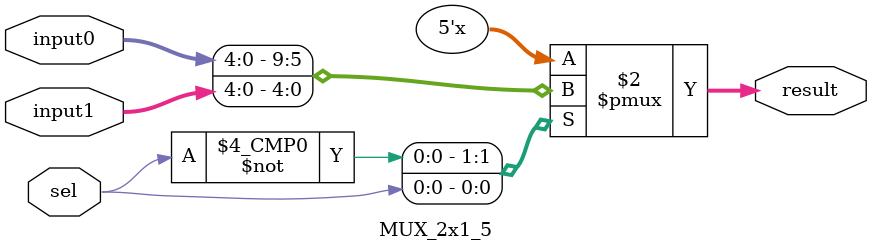
<source format=v>
module MUX_2x1_5(
    input wire [4:0] input0 ,
    input wire [4:0] input1 , 
    input wire sel ,
    output reg [4:0] result  
);

always @(input0 , input1 , sel)begin
    case(sel)
        1'b0:
            begin
                result <= input0;
            end
        1'b1:
            begin
                result <= input1 ; 
            end
    endcase
end
endmodule
</source>
